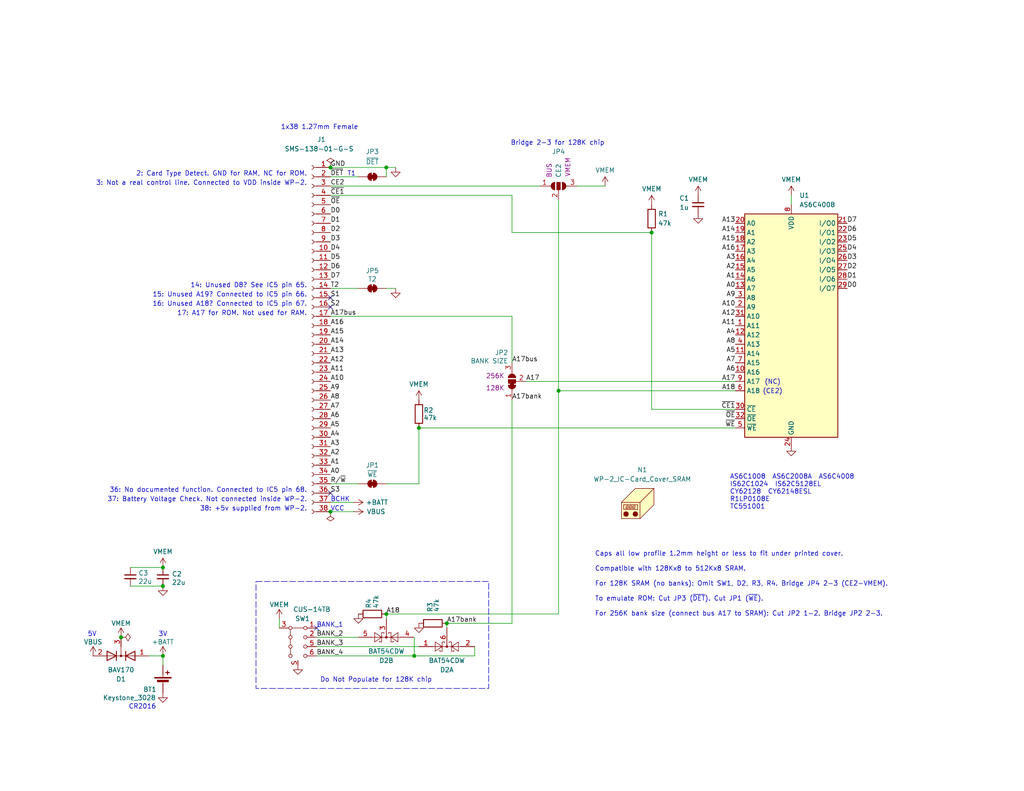
<source format=kicad_sch>
(kicad_sch (version 20231120) (generator "eeschema") (generator_version "8.0")
  (paper "USLetter")
  (title_block (title "WP-2_IC-Card_SRAM") (date "2025-04-25") (rev "020") (company "Brian K. White - b.kenyon.w@gmail.com"))
  (lib_symbols
    (symbol "000_LOCAL:BAT54CDW" (pin_names (offset 1.016) hide)
      (property "Reference" "D" (at 0.635 -3.81 0))
      (property "Value" "BAT54CDW" (at -6.35 3.175 0))
      (symbol "BAT54CDW_0_1"
        (polyline (pts (xy -1.905 0) (xy 1.905 0)))
        (polyline (pts (xy -1.905 1.27) (xy -1.905 1.016)))
        (polyline (pts (xy -1.27 -1.27) (xy -0.635 -1.27)))
        (polyline (pts (xy -1.27 0) (xy -3.81 0)))
        (polyline (pts (xy -1.27 1.27) (xy -1.905 1.27)))
        (polyline (pts (xy -1.27 1.27) (xy -1.27 -1.27)))
        (polyline (pts (xy -0.635 -1.27) (xy -0.635 -1.016)))
        (polyline (pts (xy 0.635 -1.27) (xy 0.635 -1.016)))
        (polyline (pts (xy 1.27 -1.27) (xy 0.635 -1.27)))
        (polyline (pts (xy 1.27 1.27) (xy 1.27 -1.27)))
        (polyline (pts (xy 1.27 1.27) (xy 1.905 1.27)))
        (polyline (pts (xy 1.905 1.27) (xy 1.905 1.016)))
        (polyline (pts (xy 3.81 0) (xy 1.27 0)))
        (polyline (pts (xy -3.175 -1.27) (xy -3.175 1.27) (xy -1.27 0) (xy -3.175 -1.27)))
        (polyline (pts (xy 3.175 -1.27) (xy 3.175 1.27) (xy 1.27 0) (xy 3.175 -1.27)))
        (circle (center 0 0) (radius 0.254) (fill (type outline)))
      )
      (symbol "BAT54CDW_1_1"
        (pin passive line (at -7.62 0 0) (length 3.81) (name "~") (number "1"))
        (pin passive line (at 7.62 0 180) (length 3.81) (name "~") (number "2"))
        (pin passive line (at 0 -5.08 90) (length 5.08) (name "~") (number "6"))
      )
      (symbol "BAT54CDW_2_1"
        (pin passive line (at 0 -5.08 90) (length 5.08) (name "~") (number "3"))
        (pin passive line (at -7.62 0 0) (length 3.81) (name "~") (number "4"))
        (pin passive line (at 7.62 0 180) (length 3.81) (name "~") (number "5"))
      )
    )
    (symbol "000_LOCAL:BAV170" (pin_names hide)
      (property "Reference" "D" (at 0.635 -2.54 0))
      (property "Value" "BAV170" (at 0 2.54 0))
      (symbol "BAV170_0_1"
        (polyline (pts (xy -3.81 0) (xy 3.81 0)))
        (polyline (pts (xy 0 0) (xy 0 -2.54)))
        (polyline (pts (xy -1.27 -1.27) (xy -1.27 1.27) (xy -1.27 1.27)) (stroke (width 0.254)))
        (polyline (pts (xy 1.27 -1.27) (xy 1.27 1.27) (xy 1.27 1.27)) (stroke (width 0.254)))
        (polyline (pts (xy -3.81 1.27) (xy -1.27 0) (xy -3.81 -1.27) (xy -3.81 1.27) (xy -3.81 1.27) (xy -3.81 1.27)) (stroke (width 0.254)))
        (polyline (pts (xy 3.81 -1.27) (xy 1.27 0) (xy 3.81 1.27) (xy 3.81 -1.27) (xy 3.81 -1.27) (xy 3.81 -1.27)) (stroke (width 0.254)))
        (circle (center 0 0) (radius 0.254) (fill (type outline)))
        (pin passive line (at -7.62 0 0) (length 3.81) (name "A") (number "1"))
        (pin passive line (at 7.62 0 180) (length 3.81) (name "A") (number "2"))
        (pin passive line (at 0 -5.08 90) (length 2.54) (name "K") (number "3"))
      )
    )
    (symbol "000_LOCAL:Battery_Cell" (pin_numbers hide) (pin_names (offset 0) hide)
      (property "Reference" "BT" (at 2.54 2.54 0))
      (property "Value" "Battery_Cell" (at 2.54 0 0))
      (symbol "Battery_Cell_0_1"
        (rectangle (start -2.286 1.778) (end 2.286 1.524) (fill (type outline)))
        (rectangle (start -1.524 1.016) (end 1.524 0.508) (fill (type outline)))
        (polyline (pts (xy 0 0.762) (xy 0 0)))
        (polyline (pts (xy 0 1.778) (xy 0 2.54)))
        (polyline (pts (xy 0.762 3.048) (xy 1.778 3.048)) (stroke (width 0.254)))
        (polyline (pts (xy 1.27 3.556) (xy 1.27 2.54)) (stroke (width 0.254)))
      )
      (symbol "Battery_Cell_1_1"
        (pin passive line (at 0 5.08 270) (length 2.54) (name "+") (number "1"))
        (pin passive line (at 0 -2.54 90) (length 2.54) (name "-") (number "2"))
      )
    )
    (symbol "000_LOCAL:C_Small" (pin_numbers hide) (pin_names (offset 0.254) hide)
      (property "Reference" "C" (at 0.254 1.778 0))
      (property "Value" "C_Small" (at 0.254 -2.032 0))
      (symbol "C_Small_0_1"
        (polyline (pts (xy -1.524 -0.508) (xy 1.524 -0.508)) (stroke (width 0.3302)))
        (polyline (pts (xy -1.524 0.508) (xy 1.524 0.508)) (stroke (width 0.3048)))
      )
      (symbol "C_Small_1_1"
        (pin passive line (at 0 2.54 270) (length 2.032) (name "~") (number "1"))
        (pin passive line (at 0 -2.54 90) (length 2.032) (name "~") (number "2"))
      )
    )
    (symbol "000_LOCAL:Conn_01x38_Female" (pin_names (offset 1.016) hide)
      (property "Reference" "J" (at 0 48.26 0))
      (property "Value" "Conn_01x38_Female" (at 0 -50.8 0))
      (symbol "Conn_01x38_Female_1_1"
        (arc (start 0 -47.752) (mid -0.5058 -48.26) (end 0 -48.768) (stroke (width 0.1524)))
        (arc (start 0 -45.212) (mid -0.5058 -45.72) (end 0 -46.228) (stroke (width 0.1524)))
        (arc (start 0 -42.672) (mid -0.5058 -43.18) (end 0 -43.688) (stroke (width 0.1524)))
        (arc (start 0 -40.132) (mid -0.5058 -40.64) (end 0 -41.148) (stroke (width 0.1524)))
        (arc (start 0 -37.592) (mid -0.5058 -38.1) (end 0 -38.608) (stroke (width 0.1524)))
        (arc (start 0 -35.052) (mid -0.5058 -35.56) (end 0 -36.068) (stroke (width 0.1524)))
        (arc (start 0 -32.512) (mid -0.5058 -33.02) (end 0 -33.528) (stroke (width 0.1524)))
        (arc (start 0 -29.972) (mid -0.5058 -30.48) (end 0 -30.988) (stroke (width 0.1524)))
        (arc (start 0 -27.432) (mid -0.5058 -27.94) (end 0 -28.448) (stroke (width 0.1524)))
        (arc (start 0 -24.892) (mid -0.5058 -25.4) (end 0 -25.908) (stroke (width 0.1524)))
        (arc (start 0 -22.352) (mid -0.5058 -22.86) (end 0 -23.368) (stroke (width 0.1524)))
        (arc (start 0 -19.812) (mid -0.5058 -20.32) (end 0 -20.828) (stroke (width 0.1524)))
        (arc (start 0 -17.272) (mid -0.5058 -17.78) (end 0 -18.288) (stroke (width 0.1524)))
        (arc (start 0 -14.732) (mid -0.5058 -15.24) (end 0 -15.748) (stroke (width 0.1524)))
        (arc (start 0 -12.192) (mid -0.5058 -12.7) (end 0 -13.208) (stroke (width 0.1524)))
        (arc (start 0 -9.652) (mid -0.5058 -10.16) (end 0 -10.668) (stroke (width 0.1524)))
        (arc (start 0 -7.112) (mid -0.5058 -7.62) (end 0 -8.128) (stroke (width 0.1524)))
        (arc (start 0 -4.572) (mid -0.5058 -5.08) (end 0 -5.588) (stroke (width 0.1524)))
        (arc (start 0 -2.032) (mid -0.5058 -2.54) (end 0 -3.048) (stroke (width 0.1524)))
        (polyline (pts (xy -1.27 -48.26) (xy -0.508 -48.26)) (stroke (width 0.1524)))
        (polyline (pts (xy -1.27 -45.72) (xy -0.508 -45.72)) (stroke (width 0.1524)))
        (polyline (pts (xy -1.27 -43.18) (xy -0.508 -43.18)) (stroke (width 0.1524)))
        (polyline (pts (xy -1.27 -40.64) (xy -0.508 -40.64)) (stroke (width 0.1524)))
        (polyline (pts (xy -1.27 -38.1) (xy -0.508 -38.1)) (stroke (width 0.1524)))
        (polyline (pts (xy -1.27 -35.56) (xy -0.508 -35.56)) (stroke (width 0.1524)))
        (polyline (pts (xy -1.27 -33.02) (xy -0.508 -33.02)) (stroke (width 0.1524)))
        (polyline (pts (xy -1.27 -30.48) (xy -0.508 -30.48)) (stroke (width 0.1524)))
        (polyline (pts (xy -1.27 -27.94) (xy -0.508 -27.94)) (stroke (width 0.1524)))
        (polyline (pts (xy -1.27 -25.4) (xy -0.508 -25.4)) (stroke (width 0.1524)))
        (polyline (pts (xy -1.27 -22.86) (xy -0.508 -22.86)) (stroke (width 0.1524)))
        (polyline (pts (xy -1.27 -20.32) (xy -0.508 -20.32)) (stroke (width 0.1524)))
        (polyline (pts (xy -1.27 -17.78) (xy -0.508 -17.78)) (stroke (width 0.1524)))
        (polyline (pts (xy -1.27 -15.24) (xy -0.508 -15.24)) (stroke (width 0.1524)))
        (polyline (pts (xy -1.27 -12.7) (xy -0.508 -12.7)) (stroke (width 0.1524)))
        (polyline (pts (xy -1.27 -10.16) (xy -0.508 -10.16)) (stroke (width 0.1524)))
        (polyline (pts (xy -1.27 -7.62) (xy -0.508 -7.62)) (stroke (width 0.1524)))
        (polyline (pts (xy -1.27 -5.08) (xy -0.508 -5.08)) (stroke (width 0.1524)))
        (polyline (pts (xy -1.27 -2.54) (xy -0.508 -2.54)) (stroke (width 0.1524)))
        (polyline (pts (xy -1.27 0) (xy -0.508 0)) (stroke (width 0.1524)))
        (polyline (pts (xy -1.27 2.54) (xy -0.508 2.54)) (stroke (width 0.1524)))
        (polyline (pts (xy -1.27 5.08) (xy -0.508 5.08)) (stroke (width 0.1524)))
        (polyline (pts (xy -1.27 7.62) (xy -0.508 7.62)) (stroke (width 0.1524)))
        (polyline (pts (xy -1.27 10.16) (xy -0.508 10.16)) (stroke (width 0.1524)))
        (polyline (pts (xy -1.27 12.7) (xy -0.508 12.7)) (stroke (width 0.1524)))
        (polyline (pts (xy -1.27 15.24) (xy -0.508 15.24)) (stroke (width 0.1524)))
        (polyline (pts (xy -1.27 17.78) (xy -0.508 17.78)) (stroke (width 0.1524)))
        (polyline (pts (xy -1.27 20.32) (xy -0.508 20.32)) (stroke (width 0.1524)))
        (polyline (pts (xy -1.27 22.86) (xy -0.508 22.86)) (stroke (width 0.1524)))
        (polyline (pts (xy -1.27 25.4) (xy -0.508 25.4)) (stroke (width 0.1524)))
        (polyline (pts (xy -1.27 27.94) (xy -0.508 27.94)) (stroke (width 0.1524)))
        (polyline (pts (xy -1.27 30.48) (xy -0.508 30.48)) (stroke (width 0.1524)))
        (polyline (pts (xy -1.27 33.02) (xy -0.508 33.02)) (stroke (width 0.1524)))
        (polyline (pts (xy -1.27 35.56) (xy -0.508 35.56)) (stroke (width 0.1524)))
        (polyline (pts (xy -1.27 38.1) (xy -0.508 38.1)) (stroke (width 0.1524)))
        (polyline (pts (xy -1.27 40.64) (xy -0.508 40.64)) (stroke (width 0.1524)))
        (polyline (pts (xy -1.27 43.18) (xy -0.508 43.18)) (stroke (width 0.1524)))
        (polyline (pts (xy -1.27 45.72) (xy -0.508 45.72)) (stroke (width 0.1524)))
        (arc (start 0 0.508) (mid -0.5058 0) (end 0 -0.508) (stroke (width 0.1524)))
        (arc (start 0 3.048) (mid -0.5058 2.54) (end 0 2.032) (stroke (width 0.1524)))
        (arc (start 0 5.588) (mid -0.5058 5.08) (end 0 4.572) (stroke (width 0.1524)))
        (arc (start 0 8.128) (mid -0.5058 7.62) (end 0 7.112) (stroke (width 0.1524)))
        (arc (start 0 10.668) (mid -0.5058 10.16) (end 0 9.652) (stroke (width 0.1524)))
        (arc (start 0 13.208) (mid -0.5058 12.7) (end 0 12.192) (stroke (width 0.1524)))
        (arc (start 0 15.748) (mid -0.5058 15.24) (end 0 14.732) (stroke (width 0.1524)))
        (arc (start 0 18.288) (mid -0.5058 17.78) (end 0 17.272) (stroke (width 0.1524)))
        (arc (start 0 20.828) (mid -0.5058 20.32) (end 0 19.812) (stroke (width 0.1524)))
        (arc (start 0 23.368) (mid -0.5058 22.86) (end 0 22.352) (stroke (width 0.1524)))
        (arc (start 0 25.908) (mid -0.5058 25.4) (end 0 24.892) (stroke (width 0.1524)))
        (arc (start 0 28.448) (mid -0.5058 27.94) (end 0 27.432) (stroke (width 0.1524)))
        (arc (start 0 30.988) (mid -0.5058 30.48) (end 0 29.972) (stroke (width 0.1524)))
        (arc (start 0 33.528) (mid -0.5058 33.02) (end 0 32.512) (stroke (width 0.1524)))
        (arc (start 0 36.068) (mid -0.5058 35.56) (end 0 35.052) (stroke (width 0.1524)))
        (arc (start 0 38.608) (mid -0.5058 38.1) (end 0 37.592) (stroke (width 0.1524)))
        (arc (start 0 41.148) (mid -0.5058 40.64) (end 0 40.132) (stroke (width 0.1524)))
        (arc (start 0 43.688) (mid -0.5058 43.18) (end 0 42.672) (stroke (width 0.1524)))
        (arc (start 0 46.228) (mid -0.5058 45.72) (end 0 45.212) (stroke (width 0.1524)))
        (pin passive line (at -5.08 45.72 0) (length 3.81) (name "Pin_1") (number "1"))
        (pin passive line (at -5.08 22.86 0) (length 3.81) (name "Pin_10") (number "10"))
        (pin passive line (at -5.08 20.32 0) (length 3.81) (name "Pin_11") (number "11"))
        (pin passive line (at -5.08 17.78 0) (length 3.81) (name "Pin_12") (number "12"))
        (pin passive line (at -5.08 15.24 0) (length 3.81) (name "Pin_13") (number "13"))
        (pin passive line (at -5.08 12.7 0) (length 3.81) (name "Pin_14") (number "14"))
        (pin passive line (at -5.08 10.16 0) (length 3.81) (name "Pin_15") (number "15"))
        (pin passive line (at -5.08 7.62 0) (length 3.81) (name "Pin_16") (number "16"))
        (pin passive line (at -5.08 5.08 0) (length 3.81) (name "Pin_17") (number "17"))
        (pin passive line (at -5.08 2.54 0) (length 3.81) (name "Pin_18") (number "18"))
        (pin passive line (at -5.08 0 0) (length 3.81) (name "Pin_19") (number "19"))
        (pin passive line (at -5.08 43.18 0) (length 3.81) (name "Pin_2") (number "2"))
        (pin passive line (at -5.08 -2.54 0) (length 3.81) (name "Pin_20") (number "20"))
        (pin passive line (at -5.08 -5.08 0) (length 3.81) (name "Pin_21") (number "21"))
        (pin passive line (at -5.08 -7.62 0) (length 3.81) (name "Pin_22") (number "22"))
        (pin passive line (at -5.08 -10.16 0) (length 3.81) (name "Pin_23") (number "23"))
        (pin passive line (at -5.08 -12.7 0) (length 3.81) (name "Pin_24") (number "24"))
        (pin passive line (at -5.08 -15.24 0) (length 3.81) (name "Pin_25") (number "25"))
        (pin passive line (at -5.08 -17.78 0) (length 3.81) (name "Pin_26") (number "26"))
        (pin passive line (at -5.08 -20.32 0) (length 3.81) (name "Pin_27") (number "27"))
        (pin passive line (at -5.08 -22.86 0) (length 3.81) (name "Pin_28") (number "28"))
        (pin passive line (at -5.08 -25.4 0) (length 3.81) (name "Pin_29") (number "29"))
        (pin passive line (at -5.08 40.64 0) (length 3.81) (name "Pin_3") (number "3"))
        (pin passive line (at -5.08 -27.94 0) (length 3.81) (name "Pin_30") (number "30"))
        (pin passive line (at -5.08 -30.48 0) (length 3.81) (name "Pin_31") (number "31"))
        (pin passive line (at -5.08 -33.02 0) (length 3.81) (name "Pin_32") (number "32"))
        (pin passive line (at -5.08 -35.56 0) (length 3.81) (name "Pin_33") (number "33"))
        (pin passive line (at -5.08 -38.1 0) (length 3.81) (name "Pin_34") (number "34"))
        (pin passive line (at -5.08 -40.64 0) (length 3.81) (name "Pin_35") (number "35"))
        (pin passive line (at -5.08 -43.18 0) (length 3.81) (name "Pin_36") (number "36"))
        (pin passive line (at -5.08 -45.72 0) (length 3.81) (name "Pin_37") (number "37"))
        (pin passive line (at -5.08 -48.26 0) (length 3.81) (name "Pin_38") (number "38"))
        (pin passive line (at -5.08 38.1 0) (length 3.81) (name "Pin_4") (number "4"))
        (pin passive line (at -5.08 35.56 0) (length 3.81) (name "Pin_5") (number "5"))
        (pin passive line (at -5.08 33.02 0) (length 3.81) (name "Pin_6") (number "6"))
        (pin passive line (at -5.08 30.48 0) (length 3.81) (name "Pin_7") (number "7"))
        (pin passive line (at -5.08 27.94 0) (length 3.81) (name "Pin_8") (number "8"))
        (pin passive line (at -5.08 25.4 0) (length 3.81) (name "Pin_9") (number "9"))
      )
    )
    (symbol "000_LOCAL:GND" (power) (pin_names (offset 0))
      (property "Value" "GND" (at 0 -3.81 0))
      (symbol "GND_0_1"
        (polyline (pts (xy 0 0) (xy 0 -1.27) (xy 1.27 -1.27) (xy 0 -2.54) (xy -1.27 -1.27) (xy 0 -1.27)))
      )
      (symbol "GND_1_1"
        (pin power_in line (at 0 0 270) (length 0) hide (name "GND") (number "1"))
      )
    )
    (symbol "000_LOCAL:Housing" (pin_names (offset 1.016)) (exclude_from_sim yes)
      (property "Reference" "N" (at 3.81 0 0))
      (property "Value" "Housing" (at 3.81 -1.905 0))
      (symbol "Housing_0_1"
        (rectangle (start -5.08 -0.635) (end -1.27 -1.905))
        (circle (center -4.445 -3.175) (radius 0.635) (fill (type outline)))
        (circle (center -1.905 -3.175) (radius 0.635) (fill (type outline)))
        (polyline (pts (xy -4.5212 -1.5748) (xy -4.4704 -1.3716)))
        (polyline (pts (xy -4.4196 -1.6764) (xy -4.064 -1.6764)))
        (polyline (pts (xy -4.4196 -1.2192) (xy -4.3688 -0.9652)))
        (polyline (pts (xy -4.318 -1.3208) (xy -4.0132 -1.3208)))
        (polyline (pts (xy -4.2164 -0.9144) (xy -3.9116 -0.9144)))
        (polyline (pts (xy -3.9116 -1.6256) (xy -3.8608 -1.3716)))
        (polyline (pts (xy -3.81 -1.2192) (xy -3.7592 -0.9652)))
        (polyline (pts (xy -3.6068 -1.5748) (xy -3.556 -1.3716)))
        (polyline (pts (xy -3.5052 -1.6764) (xy -3.1496 -1.6764)))
        (polyline (pts (xy -3.5052 -1.2192) (xy -3.4544 -0.9652)))
        (polyline (pts (xy -3.4036 -1.3208) (xy -3.0988 -1.3208)))
        (polyline (pts (xy -3.302 -0.9144) (xy -2.9972 -0.9144)))
        (polyline (pts (xy -2.9972 -1.6256) (xy -2.9464 -1.3716)))
        (polyline (pts (xy -2.8956 -1.2192) (xy -2.8448 -0.9652)))
        (polyline (pts (xy -2.6924 -1.5748) (xy -2.6416 -1.3716)))
        (polyline (pts (xy -2.5908 -1.6764) (xy -2.2352 -1.6764)))
        (polyline (pts (xy -2.5908 -1.2192) (xy -2.54 -0.9652)))
        (polyline (pts (xy -2.4892 -1.3208) (xy -2.1844 -1.3208)))
        (polyline (pts (xy -2.3876 -0.9144) (xy -2.0828 -0.9144)))
        (polyline (pts (xy -2.0828 -1.6256) (xy -2.032 -1.3716)))
        (polyline (pts (xy -1.9812 -1.2192) (xy -1.9304 -0.9652)))
        (polyline (pts (xy -0.635 0) (xy -0.635 -4.445)))
        (polyline (pts (xy -5.715 0) (xy -0.635 0) (xy 3.175 3.81)))
        (polyline (pts (xy -5.715 0) (xy -5.715 -4.445) (xy -0.635 -4.445) (xy 3.175 -0.635) (xy 3.175 3.81) (xy -1.905 3.81) (xy -5.715 0)) (fill (type background)))
      )
    )
    (symbol "000_LOCAL:IS61C5128AS-25HLI"
      (property "Reference" "U" (at -10.16 31.75 0))
      (property "Value" "IS61C5128AS-25HLI" (at 12.7 31.75 0))
      (symbol "IS61C5128AS-25HLI_0_1"
        (rectangle (start -12.7 30.48) (end 12.7 -30.48) (stroke (width 0.254)) (fill (type background)))
      )
      (symbol "IS61C5128AS-25HLI_1_1"
        (pin input line (at -15.24 0 0) (length 2.54) (name "A11") (number "1"))
        (pin input line (at -15.24 -12.7 0) (length 2.54) (name "A16") (number "10"))
        (pin input line (at -15.24 -7.62 0) (length 2.54) (name "A14") (number "11"))
        (pin input line (at -15.24 -2.54 0) (length 2.54) (name "A12") (number "12"))
        (pin input line (at -15.24 10.16 0) (length 2.54) (name "A7") (number "13"))
        (pin input line (at -15.24 12.7 0) (length 2.54) (name "A6") (number "14"))
        (pin input line (at -15.24 15.24 0) (length 2.54) (name "A5") (number "15"))
        (pin input line (at -15.24 17.78 0) (length 2.54) (name "A4") (number "16"))
        (pin input line (at -15.24 20.32 0) (length 2.54) (name "A3") (number "17"))
        (pin input line (at -15.24 22.86 0) (length 2.54) (name "A2") (number "18"))
        (pin input line (at -15.24 25.4 0) (length 2.54) (name "A1") (number "19"))
        (pin input line (at -15.24 5.08 0) (length 2.54) (name "A9") (number "2"))
        (pin input line (at -15.24 27.94 0) (length 2.54) (name "A0") (number "20"))
        (pin bidirectional line (at 15.24 27.94 180) (length 2.54) (name "I/O0") (number "21"))
        (pin bidirectional line (at 15.24 25.4 180) (length 2.54) (name "I/O1") (number "22"))
        (pin bidirectional line (at 15.24 22.86 180) (length 2.54) (name "I/O2") (number "23"))
        (pin power_in line (at 0 -33.02 90) (length 2.54) (name "GND") (number "24"))
        (pin bidirectional line (at 15.24 20.32 180) (length 2.54) (name "I/O3") (number "25"))
        (pin bidirectional line (at 15.24 17.78 180) (length 2.54) (name "I/O4") (number "26"))
        (pin bidirectional line (at 15.24 15.24 180) (length 2.54) (name "I/O5") (number "27"))
        (pin bidirectional line (at 15.24 12.7 180) (length 2.54) (name "I/O6") (number "28"))
        (pin bidirectional line (at 15.24 10.16 180) (length 2.54) (name "I/O7") (number "29"))
        (pin input line (at -15.24 7.62 0) (length 2.54) (name "A8") (number "3"))
        (pin input line (at -15.24 -22.86 0) (length 2.54) (name "~{CE}") (number "30"))
        (pin input line (at -15.24 2.54 0) (length 2.54) (name "A10") (number "31"))
        (pin input line (at -15.24 -25.4 0) (length 2.54) (name "~{OE}") (number "32"))
        (pin input line (at -15.24 -5.08 0) (length 2.54) (name "A13") (number "4"))
        (pin input line (at -15.24 -27.94 0) (length 2.54) (name "~{WE}") (number "5"))
        (pin input line (at -15.24 -17.78 0) (length 2.54) (name "A18") (number "6"))
        (pin input line (at -15.24 -10.16 0) (length 2.54) (name "A15") (number "7"))
        (pin power_in line (at 0 33.02 270) (length 2.54) (name "VDD") (number "8"))
        (pin input line (at -15.24 -15.24 0) (length 2.54) (name "A17") (number "9"))
      )
    )
    (symbol "000_LOCAL:R" (pin_numbers hide) (pin_names (offset 0))
      (property "Reference" "R" (at 2.032 0 90))
      (property "Value" "R" (at 0 0 90))
      (symbol "R_0_1"
        (rectangle (start -1.016 -2.54) (end 1.016 2.54) (stroke (width 0.254)))
      )
      (symbol "R_1_1"
        (pin passive line (at 0 3.81 270) (length 1.27) (name "~") (number "1"))
        (pin passive line (at 0 -3.81 90) (length 1.27) (name "~") (number "2"))
      )
    )
    (symbol "000_LOCAL:SW_1P4T_CUS-14B" (pin_names (offset 0) hide)
      (property "Reference" "SW" (at 0 6.35 0))
      (property "Value" "SW_1P4T_CUS-14B" (at 0 -7.62 0))
      (symbol "SW_1P4T_CUS-14B_0_1"
        (circle (center -2.032 -3.81) (radius 0.4572))
        (circle (center -2.032 -1.27) (radius 0.4572))
        (circle (center -2.032 1.27) (radius 0.4572))
        (circle (center -2.032 3.81) (radius 0.4572))
        (polyline (pts (xy -2.032 -1.778) (xy -2.032 -3.302)) (stroke (width 0.1524)))
        (polyline (pts (xy -2.032 0.762) (xy -2.032 -0.762)) (stroke (width 0.1524)))
        (polyline (pts (xy -2.032 3.302) (xy -2.032 1.778)) (stroke (width 0.1524)))
        (polyline (pts (xy -1.524 3.81) (xy 1.524 3.81)) (stroke (width 0.1524)))
        (circle (center 2.032 -3.81) (radius 0.4572))
        (circle (center 2.032 -1.27) (radius 0.4572))
        (circle (center 2.032 1.27) (radius 0.4572))
        (circle (center 2.032 3.81) (radius 0.4572))
      )
      (symbol "SW_1P4T_CUS-14B_1_1"
        (pin passive line (at 5.08 3.81 180) (length 2.54) (name "1") (number "1"))
        (pin passive line (at 5.08 1.27 180) (length 2.54) (name "2") (number "2"))
        (pin passive line (at -5.08 3.81 0) (length 2.54) (name "C") (number "3"))
        (pin passive line (at -5.08 3.81 0) (length 2.54) hide (name "C") (number "4"))
        (pin passive line (at 5.08 -1.27 180) (length 2.54) (name "5") (number "5"))
        (pin passive line (at 5.08 -3.81 180) (length 2.54) (name "6") (number "6"))
        (pin passive line (at 0 -6.35 90) (length 1.27) (name "S") (number "S"))
      )
    )
    (symbol "000_LOCAL:SolderJumper_2_Bridged" (pin_numbers hide) (pin_names (offset 0) hide) (exclude_from_sim yes) (in_bom no)
      (property "Reference" "JP" (at 0 2.032 0))
      (property "Value" "SolderJumper_2_Bridged" (at 0 -2.54 0))
      (symbol "SolderJumper_2_Bridged_0_1"
        (rectangle (start -0.508 0.508) (end 0.508 -0.508) (fill (type outline)))
        (arc (start -0.254 1.016) (mid -1.2656 0) (end -0.254 -1.016))
        (arc (start -0.254 1.016) (mid -1.2656 0) (end -0.254 -1.016) (fill (type outline)))
        (polyline (pts (xy -0.254 1.016) (xy -0.254 -1.016)))
        (polyline (pts (xy 0.254 1.016) (xy 0.254 -1.016)))
        (arc (start 0.254 -1.016) (mid 1.2656 0) (end 0.254 1.016))
        (arc (start 0.254 -1.016) (mid 1.2656 0) (end 0.254 1.016) (fill (type outline)))
      )
      (symbol "SolderJumper_2_Bridged_1_1"
        (pin passive line (at -3.81 0 0) (length 2.54) (name "A") (number "1"))
        (pin passive line (at 3.81 0 180) (length 2.54) (name "B") (number "2"))
      )
    )
    (symbol "000_LOCAL:SolderJumper_3_Bridged12" (pin_names (offset 0) hide) (exclude_from_sim yes) (in_bom no)
      (property "Reference" "JP" (at -2.54 -2.54 0))
      (property "Value" "SolderJumper_3_Bridged12" (at 0 2.794 0))
      (symbol "SolderJumper_3_Bridged12_0_1"
        (rectangle (start -1.016 0.508) (end -0.508 -0.508) (fill (type outline)))
        (arc (start -1.016 1.016) (mid -2.0276 0) (end -1.016 -1.016))
        (arc (start -1.016 1.016) (mid -2.0276 0) (end -1.016 -1.016) (fill (type outline)))
        (rectangle (start -0.508 1.016) (end 0.508 -1.016) (fill (type outline)))
        (polyline (pts (xy -2.54 0) (xy -2.032 0)))
        (polyline (pts (xy -1.016 1.016) (xy -1.016 -1.016)))
        (polyline (pts (xy 0 -1.27) (xy 0 -1.016)))
        (polyline (pts (xy 1.016 1.016) (xy 1.016 -1.016)))
        (polyline (pts (xy 2.54 0) (xy 2.032 0)))
        (arc (start 1.016 -1.016) (mid 2.0276 0) (end 1.016 1.016))
        (arc (start 1.016 -1.016) (mid 2.0276 0) (end 1.016 1.016) (fill (type outline)))
      )
      (symbol "SolderJumper_3_Bridged12_1_1"
        (pin passive line (at -5.08 0 0) (length 2.54) (name "A") (number "1"))
        (pin passive line (at 0 -3.81 90) (length 2.54) (name "C") (number "2"))
        (pin passive line (at 5.08 0 180) (length 2.54) (name "B") (number "3"))
      )
    )
    (symbol "000_LOCAL:SolderJumper_3_Open" (pin_names (offset 0) hide)
      (property "Reference" "JP" (at -2.54 -2.54 0))
      (property "Value" "SolderJumper_3_Open" (at 0 2.794 0))
      (symbol "SolderJumper_3_Open_0_1"
        (arc (start -1.016 1.016) (mid -2.0276 0) (end -1.016 -1.016))
        (arc (start -1.016 1.016) (mid -2.0276 0) (end -1.016 -1.016) (fill (type outline)))
        (rectangle (start -0.508 1.016) (end 0.508 -1.016) (fill (type outline)))
        (polyline (pts (xy -2.54 0) (xy -2.032 0)))
        (polyline (pts (xy -1.016 1.016) (xy -1.016 -1.016)))
        (polyline (pts (xy 0 -1.27) (xy 0 -1.016)))
        (polyline (pts (xy 1.016 1.016) (xy 1.016 -1.016)))
        (polyline (pts (xy 2.54 0) (xy 2.032 0)))
        (arc (start 1.016 -1.016) (mid 2.0276 0) (end 1.016 1.016))
        (arc (start 1.016 -1.016) (mid 2.0276 0) (end 1.016 1.016) (fill (type outline)))
      )
      (symbol "SolderJumper_3_Open_1_1"
        (pin passive line (at -5.08 0 0) (length 2.54) (name "A") (number "1"))
        (pin passive line (at 0 -3.81 90) (length 2.54) (name "C") (number "2"))
        (pin passive line (at 5.08 0 180) (length 2.54) (name "B") (number "3"))
      )
    )
    (symbol "000_LOCAL:VMEM" (power) (pin_names (offset 0))
      (property "Value" "VMEM" (at 0 3.81 0))
      (symbol "VMEM_0_1"
        (polyline (pts (xy -0.762 1.27) (xy 0 2.54)))
        (polyline (pts (xy 0 0) (xy 0 2.54)))
        (polyline (pts (xy 0 2.54) (xy 0.762 1.27)))
      )
      (symbol "VMEM_1_1"
        (pin power_in line (at 0 0 90) (length 0) hide (name "VMEM") (number "1"))
      )
    )
    (symbol "BAT54CDW_1" (pin_names (offset 1.016) hide)
      (property "Reference" "D" (at 0.635 -3.81 0))
      (property "Value" "BAT54CDW" (at -6.35 3.175 0))
      (symbol "BAT54CDW_1_0_1"
        (polyline (pts (xy -1.905 0) (xy 1.905 0)))
        (polyline (pts (xy -1.905 1.27) (xy -1.905 1.016)))
        (polyline (pts (xy -1.27 -1.27) (xy -0.635 -1.27)))
        (polyline (pts (xy -1.27 0) (xy -3.81 0)))
        (polyline (pts (xy -1.27 1.27) (xy -1.905 1.27)))
        (polyline (pts (xy -1.27 1.27) (xy -1.27 -1.27)))
        (polyline (pts (xy -0.635 -1.27) (xy -0.635 -1.016)))
        (polyline (pts (xy 0.635 -1.27) (xy 0.635 -1.016)))
        (polyline (pts (xy 1.27 -1.27) (xy 0.635 -1.27)))
        (polyline (pts (xy 1.27 1.27) (xy 1.27 -1.27)))
        (polyline (pts (xy 1.27 1.27) (xy 1.905 1.27)))
        (polyline (pts (xy 1.905 1.27) (xy 1.905 1.016)))
        (polyline (pts (xy 3.81 0) (xy 1.27 0)))
        (polyline (pts (xy -3.175 -1.27) (xy -3.175 1.27) (xy -1.27 0) (xy -3.175 -1.27)))
        (polyline (pts (xy 3.175 -1.27) (xy 3.175 1.27) (xy 1.27 0) (xy 3.175 -1.27)))
        (circle (center 0 0) (radius 0.254) (fill (type outline)))
      )
      (symbol "BAT54CDW_1_1_1"
        (pin passive line (at -7.62 0 0) (length 3.81) (name "~") (number "1"))
        (pin passive line (at 7.62 0 180) (length 3.81) (name "~") (number "2"))
        (pin passive line (at 0 -5.08 90) (length 5.08) (name "~") (number "6"))
      )
      (symbol "BAT54CDW_1_2_1"
        (pin passive line (at 0 -5.08 90) (length 5.08) (name "~") (number "3"))
        (pin passive line (at -7.62 0 0) (length 3.81) (name "~") (number "4"))
        (pin passive line (at 7.62 0 180) (length 3.81) (name "~") (number "5"))
      )
    )
    (symbol "power:+BATT" (power) (pin_numbers hide) (pin_names (offset 0) hide)
      (property "Value" "+BATT" (at 0 3.556 0))
      (symbol "+BATT_0_1"
        (polyline (pts (xy -0.762 1.27) (xy 0 2.54)))
        (polyline (pts (xy 0 0) (xy 0 2.54)))
        (polyline (pts (xy 0 2.54) (xy 0.762 1.27)))
      )
      (symbol "+BATT_1_1"
        (pin power_in line (at 0 0 90) (length 0) (name "~") (number "1"))
      )
    )
    (symbol "power:GND" (power) (pin_names (offset 0))
      (property "Value" "GND" (at 0 -3.81 0))
      (symbol "GND_0_1"
        (polyline (pts (xy 0 0) (xy 0 -1.27) (xy 1.27 -1.27) (xy 0 -2.54) (xy -1.27 -1.27) (xy 0 -1.27)))
      )
      (symbol "GND_1_1"
        (pin power_in line (at 0 0 270) (length 0) hide (name "GND") (number "1"))
      )
    )
    (symbol "power:PWR_FLAG" (power) (pin_numbers hide) (pin_names (offset 0) hide)
      (property "Value" "PWR_FLAG" (at 0 3.81 0))
      (symbol "PWR_FLAG_0_0"
        (pin power_out line (at 0 0 90) (length 0) (name "pwr") (number "1"))
      )
      (symbol "PWR_FLAG_0_1"
        (polyline (pts (xy 0 0) (xy 0 1.27) (xy -1.016 1.905) (xy 0 2.54) (xy 1.016 1.905) (xy 0 1.27)))
      )
    )
    (symbol "power:VBUS" (power) (pin_numbers hide) (pin_names (offset 0) hide)
      (property "Value" "VBUS" (at 0 3.556 0))
      (symbol "VBUS_0_1"
        (polyline (pts (xy -0.762 1.27) (xy 0 2.54)))
        (polyline (pts (xy 0 0) (xy 0 2.54)))
        (polyline (pts (xy 0 2.54) (xy 0.762 1.27)))
      )
      (symbol "VBUS_1_1"
        (pin power_in line (at 0 0 90) (length 0) (name "~") (number "1"))
      )
    )
    (symbol "power:VMEM" (power) (pin_names (offset 0))
      (property "Value" "VMEM" (at 0 3.81 0))
      (symbol "VMEM_0_1"
        (polyline (pts (xy -0.762 1.27) (xy 0 2.54)))
        (polyline (pts (xy 0 0) (xy 0 2.54)))
        (polyline (pts (xy 0 2.54) (xy 0.762 1.27)))
      )
      (symbol "VMEM_1_1"
        (pin power_in line (at 0 0 90) (length 0) hide (name "VMEM") (number "1"))
      )
    )
  )
  (junction (at 44.45 179.07))
  (junction (at 90.17 139.7))
  (junction (at 44.45 154.94))
  (junction (at 152.4 106.68))
  (junction (at 113.03 179.07))
  (junction (at 105.41 45.72))
  (junction (at 177.8 63.5))
  (junction (at 121.92 170.18))
  (junction (at 90.17 45.72))
  (junction (at 105.41 167.64))
  (junction (at 33.02 173.99))
  (junction (at 44.45 160.02))
  (junction (at 114.3 116.84))
  (no_connect (at 86.36 171.45))
  (no_connect (at 90.17 83.82))
  (no_connect (at 90.17 134.62))
  (no_connect (at 90.17 81.28))
  (wire (pts (xy 121.92 170.18) (xy 139.7 170.18)))
  (wire (pts (xy 105.41 132.08) (xy 114.3 132.08)))
  (wire (pts (xy 90.17 132.08) (xy 97.79 132.08)))
  (wire (pts (xy 96.52 139.7) (xy 90.17 139.7)))
  (wire (pts (xy 105.41 45.72) (xy 105.41 48.26)))
  (wire (pts (xy 90.17 50.8) (xy 147.32 50.8)))
  (wire (pts (xy 90.17 78.74) (xy 97.79 78.74)))
  (wire (pts (xy 86.36 179.07) (xy 113.03 179.07)))
  (wire (pts (xy 90.17 48.26) (xy 97.79 48.26)))
  (wire (pts (xy 113.03 173.99) (xy 113.03 179.07)))
  (wire (pts (xy 139.7 63.5) (xy 177.8 63.5)))
  (wire (pts (xy 35.56 154.94) (xy 44.45 154.94)))
  (wire (pts (xy 121.92 170.18) (xy 121.92 171.45)))
  (wire (pts (xy 44.45 181.61) (xy 44.45 179.07)))
  (wire (pts (xy 105.41 167.64) (xy 152.4 167.64)))
  (wire (pts (xy 96.52 137.16) (xy 90.17 137.16)))
  (wire (pts (xy 139.7 63.5) (xy 139.7 53.34)))
  (wire (pts (xy 215.9 53.34) (xy 215.9 55.88)))
  (wire (pts (xy 105.41 78.74) (xy 107.95 78.74)))
  (wire (pts (xy 76.2 168.91) (xy 76.2 171.45)))
  (wire (pts (xy 44.45 179.07) (xy 40.64 179.07)))
  (wire (pts (xy 200.66 111.76) (xy 177.8 111.76)))
  (wire (pts (xy 139.7 53.34) (xy 90.17 53.34)))
  (wire (pts (xy 152.4 167.64) (xy 152.4 106.68)))
  (wire (pts (xy 35.56 160.02) (xy 44.45 160.02)))
  (wire (pts (xy 86.36 176.53) (xy 114.3 176.53)))
  (wire (pts (xy 105.41 45.72) (xy 107.95 45.72)))
  (wire (pts (xy 114.3 132.08) (xy 114.3 116.84)))
  (wire (pts (xy 139.7 86.36) (xy 90.17 86.36)))
  (wire (pts (xy 143.51 104.14) (xy 200.66 104.14)))
  (wire (pts (xy 152.4 106.68) (xy 200.66 106.68)))
  (wire (pts (xy 165.1 50.8) (xy 157.48 50.8)))
  (wire (pts (xy 139.7 99.06) (xy 139.7 86.36)))
  (wire (pts (xy 86.36 173.99) (xy 97.79 173.99)))
  (wire (pts (xy 90.17 45.72) (xy 105.41 45.72)))
  (wire (pts (xy 113.03 179.07) (xy 129.54 179.07)))
  (wire (pts (xy 114.3 116.84) (xy 200.66 116.84)))
  (wire (pts (xy 129.54 179.07) (xy 129.54 176.53)))
  (wire (pts (xy 152.4 54.61) (xy 152.4 106.68)))
  (wire (pts (xy 105.41 167.64) (xy 105.41 168.91)))
  (wire (pts (xy 177.8 63.5) (xy 177.8 111.76)))
  (wire (pts (xy 139.7 109.22) (xy 139.7 170.18)))
  (rectangle (start 69.85 158.75) (end 133.35 187.96) (stroke (width 0) (type dash)))
  (text "3: Not a real control line. Connected to VDD inside WP-2." (at 83.82 50.8 0) (effects (font (size 1.27 1.27)) (justify right bottom)))
  (text "BCHK" (at 90.17 137.16 0) (effects (font (size 1.27 1.27)) (justify left bottom)))
  (text "38: +5v supplied from WP-2." (at 83.82 139.7 0) (effects (font (size 1.27 1.27)) (justify right bottom)))
  (text "1x38 1.27mm Female" (at 97.79 35.56 0) (effects (font (size 1.27 1.27)) (justify right bottom)))
  (text "14: Unused D8? See IC5 pin 65." (at 83.82 78.74 0) (effects (font (size 1.27 1.27)) (justify right bottom)))
  (text "36: No documented function. Connected to IC5 pin 68." (at 83.82 134.62 0) (effects (font (size 1.27 1.27)) (justify right bottom)))
  (text "CR2016" (at 38.862 193.04 0) (effects (font (size 1.27 1.27))))
  (text "15: Unused A19? Connected to IC5 pin 66." (at 83.82 81.28 0) (effects (font (size 1.27 1.27)) (justify right bottom)))
  (text "Caps all low profile 1.2mm height or less to fit under printed cover.\n\nCompatible with 128Kx8 to 512Kx8 SRAM.\n\nFor 128K SRAM (no banks): Omit SW1, D2, R3, R4. Bridge JP4 2-3 (CE2-VMEM).\n\nTo emulate ROM: Cut JP3 (~{DET}). Cut JP1 (~{WE}).\n\nFor 256K bank size (connect bus A17 to SRAM): Cut JP2 1-2. Bridge JP2 2-3." (at 162.306 168.402 0) (effects (font (size 1.27 1.27)) (justify left bottom)))
  (text "Bridge 2-3 for 128K chip\n" (at 152.146 39.116 0) (effects (font (size 1.27 1.27))))
  (text "Do Not Populate for 128K chip" (at 102.616 186.436 0) (effects (font (size 1.27 1.27)) (justify bottom)))
  (text "37: Battery Voltage Check. Not connected inside WP-2." (at 83.82 137.16 0) (effects (font (size 1.27 1.27)) (justify right bottom)))
  (text "(NC)" (at 210.82 104.394 0) (effects (font (size 1.27 1.27))))
  (text "5V" (at 25.146 173.228 0) (effects (font (size 1.27 1.27))))
  (text "VCC" (at 90.17 139.7 0) (effects (font (size 1.27 1.27)) (justify left bottom)))
  (text "16: Unused A18? Connected to IC5 pin 67." (at 83.82 83.82 0) (effects (font (size 1.27 1.27)) (justify right bottom)))
  (text "2: Card Type Detect. GND for RAM, NC for ROM." (at 83.82 48.26 0) (effects (font (size 1.27 1.27)) (justify right bottom)))
  (text "BANK_1" (at 86.36 171.45 0) (effects (font (size 1.27 1.27)) (justify left bottom)))
  (text "AS6C1008  AS6C2008A  AS6C4008\nIS62C1024  IS62C5128EL\nCY62128  CY62148ESL\nR1LP0108E\nTC551001" (at 199.136 139.192 0) (effects (font (size 1.27 1.27)) (justify left bottom)))
  (text "T1" (at 94.742 48.26 0) (effects (font (size 1.27 1.27)) (justify left bottom)))
  (text "17: A17 for ROM. Not used for RAM." (at 83.82 86.36 0) (effects (font (size 1.27 1.27)) (justify right bottom)))
  (text "(CE2)" (at 210.82 106.934 0) (effects (font (size 1.27 1.27))))
  (text "3V" (at 44.45 173.228 0) (effects (font (size 1.27 1.27))))
  (label "A17bank" (at 121.92 170.18 0))
  (label "A3" (at 200.66 71.12 180))
  (label "A10" (at 90.17 104.14 0))
  (label "D3" (at 231.14 71.12 0))
  (label "A17" (at 143.51 104.14 0))
  (label "A1" (at 200.66 76.2 180))
  (label "D0" (at 90.17 58.42 0))
  (label "D7" (at 231.14 60.96 0))
  (label "D0" (at 231.14 78.74 0))
  (label "A11" (at 90.17 101.6 0))
  (label "A11" (at 200.66 88.9 180))
  (label "~{CE1}" (at 90.17 53.34 0))
  (label "A13" (at 200.66 60.96 180))
  (label "A15" (at 200.66 66.04 180))
  (label "A17bus" (at 90.17 86.36 0))
  (label "T2" (at 90.17 78.74 0))
  (label "D3" (at 90.17 66.04 0))
  (label "A9" (at 90.17 106.68 0))
  (label "A10" (at 200.66 83.82 180))
  (label "~{WE}" (at 200.66 116.84 180))
  (label "D7" (at 90.17 76.2 0))
  (label "A17bus" (at 139.7 99.06 0))
  (label "A14" (at 90.17 93.98 0))
  (label "A16" (at 90.17 88.9 0))
  (label "A2" (at 200.66 73.66 180))
  (label "A4" (at 200.66 91.44 180))
  (label "A6" (at 200.66 101.6 180))
  (label "GND" (at 90.17 45.72 0))
  (label "BANK_4" (at 86.36 179.07 0))
  (label "A8" (at 90.17 109.22 0))
  (label "BANK_3" (at 86.36 176.53 0))
  (label "A14" (at 200.66 63.5 180))
  (label "S2" (at 90.17 83.82 0))
  (label "A18" (at 105.41 167.64 0))
  (label "D5" (at 90.17 71.12 0))
  (label "A7" (at 90.17 111.76 0))
  (label "A15" (at 90.17 91.44 0))
  (label "A3" (at 90.17 121.92 0))
  (label "A8" (at 200.66 93.98 180))
  (label "~{OE}" (at 200.66 114.3 180))
  (label "A12" (at 90.17 99.06 0))
  (label "BANK_2" (at 86.36 173.99 0))
  (label "A5" (at 90.17 116.84 0))
  (label "A6" (at 90.17 114.3 0))
  (label "A18" (at 200.66 106.68 180))
  (label "D1" (at 90.17 60.96 0))
  (label "A16" (at 200.66 68.58 180))
  (label "~{OE}" (at 90.17 55.88 0))
  (label "A5" (at 200.66 96.52 180))
  (label "A2" (at 90.17 124.46 0))
  (label "A7" (at 200.66 99.06 180))
  (label "A17" (at 200.66 104.14 180))
  (label "S3" (at 90.17 134.62 0))
  (label "A17bank" (at 139.7 109.22 0))
  (label "A13" (at 90.17 96.52 0))
  (label "CE2" (at 90.17 50.8 0))
  (label "D4" (at 231.14 68.58 0))
  (label "A0" (at 200.66 78.74 180))
  (label "~{DET}" (at 90.17 48.26 0))
  (label "A12" (at 200.66 86.36 180))
  (label "A9" (at 200.66 81.28 180))
  (label "D2" (at 90.17 63.5 0))
  (label "S1" (at 90.17 81.28 0))
  (label "~{CE1}" (at 200.66 111.76 180))
  (label "A1" (at 90.17 127 0))
  (label "R{slash}~{W}" (at 90.17 132.08 0))
  (label "A0" (at 90.17 129.54 0))
  (label "D2" (at 231.14 73.66 0))
  (label "D6" (at 231.14 63.5 0))
  (label "D6" (at 90.17 73.66 0))
  (label "D4" (at 90.17 68.58 0))
  (label "D5" (at 231.14 66.04 0))
  (label "A4" (at 90.17 119.38 0))
  (label "D1" (at 231.14 76.2 0))
  (symbol (lib_id "000_LOCAL:Conn_01x38_Female") (at 85.09 91.44 0) (mirror y) (unit 1)
    (property "Reference" "J1" (at 88.9 38.1 0) (effects (justify left)))
    (property "Value" "SMS-138-01-G-S" (at 96.52 40.64 0) (effects (justify left)))
    (property "Footprint" "000_LOCAL:SMS-138-01-x-x_pcb_edge" (effects (hide yes)))
    (property "Datasheet" "datasheets/sms.pdf" (effects (hide yes)))
    (property "Description" "CONN SKT .050\" 38POS" (effects (hide yes)))
    (property "MPN" "SMS-138-01-G-S" (effects (hide yes)))
  )
  (symbol (lib_id "power:GND") (at 107.95 45.72 0) (mirror y) (unit 1)
    (property "Reference" "#PWR0102" (effects (hide yes)))
    (property "Value" "GND" (effects (hide yes)))
  )
  (symbol (lib_id "power:GND") (at 215.9 121.92 0) (unit 1)
    (property "Reference" "#PWR0106" (effects (hide yes)))
    (property "Value" "GND" (effects (hide yes)))
  )
  (symbol (lib_id "power:GND") (at 44.45 160.02 0) (mirror y) (unit 1)
    (property "Reference" "#PWR0101" (effects (hide yes)))
    (property "Value" "GND" (effects (hide yes)))
  )
  (symbol (lib_id "000_LOCAL:R") (at 177.8 59.69 0) (unit 1)
    (property "Reference" "R1" (at 179.578 58.42 0) (effects (justify left)))
    (property "Value" "47k" (at 179.578 60.96 0) (effects (justify left)))
    (property "Footprint" "000_LOCAL:R_0805" (effects (hide yes)))
    (property "Datasheet" "datasheets/sei-rmcf_rmcp.pdf" (effects (hide yes)))
    (property "Description" "RES 47K OHM 1% 1/8W 0805" (effects (hide yes)))
    (property "MPN" "RMCF0805FT47K0" (effects (hide yes)))
  )
  (symbol (lib_id "000_LOCAL:C_Small") (at 190.5 55.88 0) (mirror y) (unit 1)
    (property "Reference" "C1" (at 186.69 54.102 0))
    (property "Value" "1u" (at 186.69 56.642 0))
    (property "Footprint" "000_LOCAL:C_0805" (effects (hide yes)))
    (property "Datasheet" "datasheets/CL21A105KBCLNNC.pdf" (effects (hide yes)))
    (property "Description" "CAP CER 1UF 50V X5R 0805 low profile" (effects (hide yes)))
    (property "MPN" "CL21A105KBCLNNC" (effects (hide yes)))
  )
  (symbol (lib_id "000_LOCAL:SolderJumper_2_Bridged") (at 101.6 48.26 0) (unit 1) (exclude_from_sim yes) (in_bom no)
    (property "Reference" "JP3" (at 101.6 41.402 0))
    (property "Value" "~{DET}" (at 101.6 44.196 0))
    (property "Footprint" "000_LOCAL:SolderJumper-2_Bridged" (effects (hide yes)))
    (property "Description" "Solder Jumper, 2-pole, closed/bridged" (effects (hide yes)))
  )
  (symbol (lib_id "power:PWR_FLAG") (at 90.17 45.72 0) (unit 1)
    (property "Reference" "#FLG0103" (effects (hide yes)))
    (property "Value" "PWR_FLAG" (effects (hide yes)))
  )
  (symbol (lib_id "000_LOCAL:R") (at 101.6 167.64 90) (unit 1)
    (property "Reference" "R4" (at 100.584 166.116 0) (effects (justify left)))
    (property "Value" "47k" (at 102.616 166.116 0) (effects (justify left)))
    (property "Footprint" "000_LOCAL:R_0805" (effects (hide yes)))
    (property "Datasheet" "datasheets/sei-rmcf_rmcp.pdf" (effects (hide yes)))
    (property "Description" "RES 47K OHM 1% 1/8W 0805" (effects (hide yes)))
    (property "MPN" "RMCF0805FT47K0" (effects (hide yes)))
  )
  (symbol (lib_id "power:VMEM") (at 114.3 109.22 0) (unit 1)
    (property "Reference" "#PWR07" (effects (hide yes)))
    (property "Value" "VMEM" (at 114.3 104.902 0))
  )
  (symbol (lib_id "power:VMEM") (at 33.02 173.99 0) (unit 1)
    (property "Reference" "#PWR012" (effects (hide yes)))
    (property "Value" "VMEM" (at 33.02 170.18 0))
    (property "Description" "Power symbol creates a global label with name \"VMEM\"" (effects (hide yes)))
  )
  (symbol (lib_id "000_LOCAL:SolderJumper_3_Bridged12") (at 139.7 104.14 90) (unit 1) (exclude_from_sim yes) (in_bom no)
    (property "Reference" "JP2" (at 138.684 96.266 90) (effects (justify left)))
    (property "Value" "BANK SIZE" (at 138.684 98.552 90) (effects (justify left)))
    (property "Footprint" "000_LOCAL:SolderJumper-3_Bridged12" (effects (hide yes)))
    (property "Description" "3-pole Solder Jumper, pins 1+2 closed/bridged" (effects (hide yes)))
    (property "L12" "128K" (at 137.668 105.918 90) (effects (justify left)))
    (property "L23" "256K" (at 137.668 102.616 90) (effects (justify left)))
  )
  (symbol (lib_id "000_LOCAL:GND") (at 114.3 170.18 0) (mirror y) (unit 1)
    (property "Reference" "#PWR09" (effects (hide yes)))
    (property "Value" "GND" (effects (hide yes)))
  )
  (symbol (lib_id "000_LOCAL:C_Small") (at 44.45 157.48 0) (mirror y) (unit 1)
    (property "Reference" "C2" (at 48.26 156.718 0))
    (property "Value" "22u" (at 48.768 159.004 0))
    (property "Footprint" "000_LOCAL:C_1206" (effects (hide yes)))
    (property "Datasheet" "datasheets/CL31A226MOCLNNC.pdf" (effects (hide yes)))
    (property "Description" "CAP CER 22UF 16V X5R 1206 low profile" (effects (hide yes)))
    (property "MPN" "CL31A226MOCLNNC" (effects (hide yes)))
  )
  (symbol (lib_id "000_LOCAL:BAT54CDW") (at 121.92 176.53 0) (mirror x) (unit 1)
    (property "Reference" "D2" (at 121.92 182.88 0))
    (property "Value" "BAT54CDW" (at 121.92 180.34 0))
    (property "Footprint" "000_LOCAL:TSSOP-6-symmetric" (effects (hide yes)))
    (property "Datasheet" "datasheets/BAT54CDW.pdf" (effects (hide yes)))
    (property "Description" "DIODE ARR SCHOT 30V 200MA SOT363" (effects (hide yes)))
    (property "MPN" "BAT54CDW-7-F" (effects (hide yes)))
  )
  (symbol (lib_id "000_LOCAL:R") (at 118.11 170.18 90) (unit 1)
    (property "Reference" "R3" (at 117.348 167.132 0) (effects (justify left)))
    (property "Value" "47k" (at 119.126 167.132 0) (effects (justify left)))
    (property "Footprint" "000_LOCAL:R_0805" (effects (hide yes)))
    (property "Datasheet" "datasheets/sei-rmcf_rmcp.pdf" (effects (hide yes)))
    (property "Description" "RES 47K OHM 1% 1/8W 0805" (effects (hide yes)))
    (property "MPN" "RMCF0805FT47K0" (effects (hide yes)))
  )
  (symbol (lib_id "power:VBUS") (at 25.4 179.07 0) (unit 1)
    (property "Reference" "#PWR011" (effects (hide yes)))
    (property "Value" "VBUS" (at 25.4 175.26 0))
    (property "Description" "Power symbol creates a global label with name \"VBUS\"" (effects (hide yes)))
  )
  (symbol (lib_id "power:VMEM") (at 177.8 55.88 0) (unit 1)
    (property "Reference" "#PWR016" (effects (hide yes)))
    (property "Value" "VMEM" (at 177.8 51.562 0))
  )
  (symbol (lib_id "000_LOCAL:GND") (at 97.79 167.64 0) (mirror y) (unit 1)
    (property "Reference" "#PWR08" (effects (hide yes)))
    (property "Value" "GND" (effects (hide yes)))
  )
  (symbol (lib_id "000_LOCAL:Housing") (at 175.26 137.16 0) (unit 1) (exclude_from_sim yes) (in_bom no)
    (property "Reference" "N1" (at 175.26 128.27 0))
    (property "Value" "WP-2_IC-Card_Cover_SRAM" (at 175.26 130.81 0))
    (property "Footprint" "000_LOCAL:WP-2_IC-Card_Cover_SRAM" (effects (hide yes)))
    (property "Description" "Housing" (effects (hide yes)))
  )
  (symbol (lib_id "power:+BATT") (at 96.52 137.16 270) (unit 1)
    (property "Reference" "#PWR015" (effects (hide yes)))
    (property "Value" "+BATT" (at 102.87 137.16 90))
    (property "Description" "Power symbol creates a global label with name \"+BATT\"" (effects (hide yes)))
  )
  (symbol (lib_id "000_LOCAL:R") (at 114.3 113.03 0) (unit 1)
    (property "Reference" "R2" (at 115.57 112.014 0) (effects (justify left)))
    (property "Value" "47k" (at 115.57 114.046 0) (effects (justify left)))
    (property "Footprint" "000_LOCAL:R_0805" (effects (hide yes)))
    (property "Datasheet" "datasheets/sei-rmcf_rmcp.pdf" (effects (hide yes)))
    (property "Description" "RES 47K OHM 1% 1/8W 0805" (effects (hide yes)))
    (property "MPN" "RMCF0805FT47K0" (effects (hide yes)))
  )
  (symbol (lib_id "000_LOCAL:VMEM") (at 76.2 168.91 0) (unit 1)
    (property "Reference" "#PWR05" (effects (hide yes)))
    (property "Value" "VMEM" (at 76.2 165.1 0))
  )
  (symbol (lib_id "000_LOCAL:Battery_Cell") (at 44.45 186.69 0) (unit 1)
    (property "Reference" "BT1" (at 40.894 188.214 0))
    (property "Value" "Keystone_3028" (at 35.306 190.5 0))
    (property "Footprint" "000_LOCAL:Keystone_3028_3034" (effects (hide yes)))
    (property "Datasheet" "datasheets/Keystone_3028.pdf" (effects (hide yes)))
    (property "Description" "SMT 20mm x 1.6mm coin cell holder" (effects (hide yes)))
    (property "MPN" "Keystone 3028" (effects (hide yes)))
  )
  (symbol (lib_id "power:GND") (at 190.5 58.42 0) (mirror y) (unit 1)
    (property "Reference" "#PWR02" (effects (hide yes)))
    (property "Value" "GND" (effects (hide yes)))
  )
  (symbol (lib_id "power:GND") (at 44.45 189.23 0) (unit 1)
    (property "Reference" "#PWR014" (effects (hide yes)))
    (property "Value" "GND" (effects (hide yes)))
    (property "Description" "Power symbol creates a global label with name \"GND\" , ground" (effects (hide yes)))
  )
  (symbol (lib_name "BAT54CDW_1") (lib_id "000_LOCAL:BAT54CDW") (at 105.41 173.99 180) (unit 2)
    (property "Reference" "D2" (at 105.41 180.34 0))
    (property "Value" "BAT54CDW" (at 105.41 177.8 0))
    (property "Footprint" "000_LOCAL:TSSOP-6-symmetric" (effects (hide yes)))
    (property "Datasheet" "datasheets/BAT54CDW.pdf" (effects (hide yes)))
    (property "Description" "DIODE ARR SCHOT 30V 200MA SOT363" (effects (hide yes)))
    (property "MPN" "BAT54CDW-7-F" (effects (hide yes)))
  )
  (symbol (lib_id "000_LOCAL:SolderJumper_3_Open") (at 152.4 50.8 0) (unit 1)
    (property "Reference" "JP4" (at 152.4 41.402 0))
    (property "Value" "CE2" (at 152.4 48.514 90) (effects (justify left)))
    (property "Footprint" "000_LOCAL:SolderJumper-3_Open" (effects (hide yes)))
    (property "Description" "Solder Jumper, 3-pole, open" (effects (hide yes)))
    (property "L12" "BUS" (at 149.86 48.514 90) (effects (justify left)))
    (property "L23" "VMEM" (at 154.94 48.26 90) (effects (justify left)))
  )
  (symbol (lib_id "power:VMEM") (at 44.45 154.94 0) (unit 1)
    (property "Reference" "#PWR010" (effects (hide yes)))
    (property "Value" "VMEM" (at 44.45 150.622 0))
  )
  (symbol (lib_id "power:VBUS") (at 96.52 139.7 270) (unit 1)
    (property "Reference" "#PWR01" (effects (hide yes)))
    (property "Value" "VBUS" (at 102.616 139.7 90))
    (property "Description" "Power symbol creates a global label with name \"VBUS\"" (effects (hide yes)))
  )
  (symbol (lib_id "000_LOCAL:SolderJumper_2_Bridged") (at 101.6 132.08 0) (unit 1) (exclude_from_sim yes) (in_bom no)
    (property "Reference" "JP1" (at 101.6 127 0))
    (property "Value" "~{WE}" (at 101.6 129.54 0))
    (property "Footprint" "000_LOCAL:SolderJumper-2_Bridged" (effects (hide yes)))
    (property "Description" "Solder Jumper, 2-pole, closed/bridged" (effects (hide yes)))
  )
  (symbol (lib_id "000_LOCAL:SW_1P4T_CUS-14B") (at 81.28 175.26 0) (unit 1)
    (property "Reference" "SW1" (at 82.55 168.91 0))
    (property "Value" "CUS-14TB" (at 85.09 166.37 0))
    (property "Footprint" "000_LOCAL:CUS-14TB pth" (effects (hide yes)))
    (property "Datasheet" "datasheets/cus.pdf" (effects (hide yes)))
    (property "Description" "SWITCH SLIDE SP4T 300MA 4V" (effects (hide yes)))
    (property "MPN" "CUS-14TB" (effects (hide yes)))
  )
  (symbol (lib_id "power:PWR_FLAG") (at 90.17 139.7 0) (mirror x) (unit 1)
    (property "Reference" "#FLG0101" (effects (hide yes)))
    (property "Value" "PWR_FLAG" (effects (hide yes)))
  )
  (symbol (lib_id "power:VMEM") (at 215.9 53.34 0) (unit 1)
    (property "Reference" "#PWR0111" (effects (hide yes)))
    (property "Value" "VMEM" (at 215.9 49.022 0))
  )
  (symbol (lib_id "000_LOCAL:IS61C5128AS-25HLI") (at 215.9 88.9 0) (unit 1)
    (property "Reference" "U1" (at 218.0941 53.34 0) (effects (justify left)))
    (property "Value" "AS6C4008" (at 218.0941 55.88 0) (effects (justify left)))
    (property "Footprint" "000_LOCAL:TSOP32-dual" (effects (hide yes)))
    (property "Datasheet" "datasheets/AS6C4008.pdf" (effects (hide yes)))
    (property "Description" "512K x 8 CMOS STATIC RAM, sTSOP I-32, 5V" (effects (hide yes)))
    (property "MPN" "AS6C4008-55TIN" (effects (hide yes)))
  )
  (symbol (lib_id "power:VMEM") (at 165.1 50.8 0) (unit 1)
    (property "Reference" "#PWR017" (effects (hide yes)))
    (property "Value" "VMEM" (at 165.1 46.482 0))
  )
  (symbol (lib_id "000_LOCAL:C_Small") (at 35.56 157.48 0) (mirror y) (unit 1)
    (property "Reference" "C3" (at 39.116 156.464 0))
    (property "Value" "22u" (at 39.624 158.75 0))
    (property "Footprint" "000_LOCAL:C_1206" (effects (hide yes)))
    (property "Datasheet" "datasheets/CL31A226MOCLNNC.pdf" (effects (hide yes)))
    (property "Description" "CAP CER 22UF 16V X5R 1206 low profile" (effects (hide yes)))
    (property "MPN" "CL31A226MOCLNNC" (effects (hide yes)))
  )
  (symbol (lib_id "000_LOCAL:BAV170") (at 33.02 179.07 180) (unit 1)
    (property "Reference" "D1" (at 33.02 185.42 0))
    (property "Value" "BAV170" (at 33.02 182.88 0))
    (property "Footprint" "000_LOCAL:SOT-23" (effects (hide yes)))
    (property "Datasheet" "datasheets/BAV170.pdf" (effects (hide yes)))
    (property "Description" "DIODE ARRAY COMMON CATHODE GP 85V 125MA SOT23-3" (effects (hide yes)))
    (property "MPN" "BAV170-7-F" (effects (hide yes)))
  )
  (symbol (lib_id "000_LOCAL:SolderJumper_2_Bridged") (at 101.6 78.74 0) (unit 1) (exclude_from_sim yes) (in_bom no)
    (property "Reference" "JP5" (at 101.6 73.914 0))
    (property "Value" "T2" (at 101.6 76.2 0))
    (property "Footprint" "000_LOCAL:SolderJumper-2_Bridged" (effects (hide yes)))
    (property "Description" "Solder Jumper, 2-pole, closed/bridged" (effects (hide yes)))
  )
  (symbol (lib_id "power:GND") (at 107.95 78.74 0) (mirror y) (unit 1)
    (property "Reference" "#PWR03" (effects (hide yes)))
    (property "Value" "GND" (effects (hide yes)))
  )
  (symbol (lib_id "power:+BATT") (at 44.45 179.07 0) (unit 1)
    (property "Reference" "#PWR013" (effects (hide yes)))
    (property "Value" "+BATT" (at 44.45 175.26 0))
    (property "Description" "Power symbol creates a global label with name \"+BATT\"" (effects (hide yes)))
  )
  (symbol (lib_id "power:PWR_FLAG") (at 33.02 173.99 270) (unit 1)
    (property "Reference" "#FLG01" (effects (hide yes)))
    (property "Value" "PWR_FLAG" (effects (hide yes)))
    (property "Description" "Special symbol for telling ERC where power comes from" (effects (hide yes)))
  )
  (symbol (lib_id "000_LOCAL:GND") (at 81.28 181.61 0) (mirror y) (unit 1)
    (property "Reference" "#PWR06" (effects (hide yes)))
    (property "Value" "GND" (effects (hide yes)))
  )
  (symbol (lib_id "power:VMEM") (at 190.5 53.34 0) (unit 1)
    (property "Reference" "#PWR04" (effects (hide yes)))
    (property "Value" "VMEM" (at 190.5 49.022 0))
  )
)
</source>
